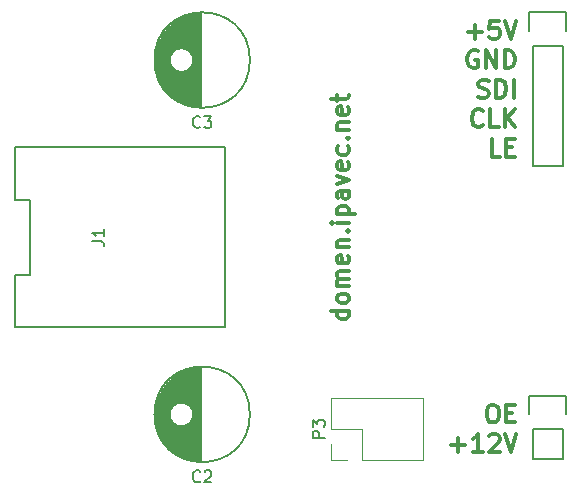
<source format=gto>
G04 #@! TF.FileFunction,Legend,Top*
%FSLAX46Y46*%
G04 Gerber Fmt 4.6, Leading zero omitted, Abs format (unit mm)*
G04 Created by KiCad (PCBNEW 4.0.7-e2-6376~58~ubuntu17.04.1) date Mon Nov 20 18:02:35 2017*
%MOMM*%
%LPD*%
G01*
G04 APERTURE LIST*
%ADD10C,0.100000*%
%ADD11C,0.300000*%
%ADD12C,0.150000*%
%ADD13C,0.120000*%
G04 APERTURE END LIST*
D10*
D11*
X128178571Y-121214286D02*
X126678571Y-121214286D01*
X128107143Y-121214286D02*
X128178571Y-121357143D01*
X128178571Y-121642857D01*
X128107143Y-121785715D01*
X128035714Y-121857143D01*
X127892857Y-121928572D01*
X127464286Y-121928572D01*
X127321429Y-121857143D01*
X127250000Y-121785715D01*
X127178571Y-121642857D01*
X127178571Y-121357143D01*
X127250000Y-121214286D01*
X128178571Y-120285714D02*
X128107143Y-120428572D01*
X128035714Y-120500000D01*
X127892857Y-120571429D01*
X127464286Y-120571429D01*
X127321429Y-120500000D01*
X127250000Y-120428572D01*
X127178571Y-120285714D01*
X127178571Y-120071429D01*
X127250000Y-119928572D01*
X127321429Y-119857143D01*
X127464286Y-119785714D01*
X127892857Y-119785714D01*
X128035714Y-119857143D01*
X128107143Y-119928572D01*
X128178571Y-120071429D01*
X128178571Y-120285714D01*
X128178571Y-119142857D02*
X127178571Y-119142857D01*
X127321429Y-119142857D02*
X127250000Y-119071429D01*
X127178571Y-118928571D01*
X127178571Y-118714286D01*
X127250000Y-118571429D01*
X127392857Y-118500000D01*
X128178571Y-118500000D01*
X127392857Y-118500000D02*
X127250000Y-118428571D01*
X127178571Y-118285714D01*
X127178571Y-118071429D01*
X127250000Y-117928571D01*
X127392857Y-117857143D01*
X128178571Y-117857143D01*
X128107143Y-116571429D02*
X128178571Y-116714286D01*
X128178571Y-117000000D01*
X128107143Y-117142857D01*
X127964286Y-117214286D01*
X127392857Y-117214286D01*
X127250000Y-117142857D01*
X127178571Y-117000000D01*
X127178571Y-116714286D01*
X127250000Y-116571429D01*
X127392857Y-116500000D01*
X127535714Y-116500000D01*
X127678571Y-117214286D01*
X127178571Y-115857143D02*
X128178571Y-115857143D01*
X127321429Y-115857143D02*
X127250000Y-115785715D01*
X127178571Y-115642857D01*
X127178571Y-115428572D01*
X127250000Y-115285715D01*
X127392857Y-115214286D01*
X128178571Y-115214286D01*
X128035714Y-114500000D02*
X128107143Y-114428572D01*
X128178571Y-114500000D01*
X128107143Y-114571429D01*
X128035714Y-114500000D01*
X128178571Y-114500000D01*
X128178571Y-113785714D02*
X127178571Y-113785714D01*
X126678571Y-113785714D02*
X126750000Y-113857143D01*
X126821429Y-113785714D01*
X126750000Y-113714286D01*
X126678571Y-113785714D01*
X126821429Y-113785714D01*
X127178571Y-113071428D02*
X128678571Y-113071428D01*
X127250000Y-113071428D02*
X127178571Y-112928571D01*
X127178571Y-112642857D01*
X127250000Y-112500000D01*
X127321429Y-112428571D01*
X127464286Y-112357142D01*
X127892857Y-112357142D01*
X128035714Y-112428571D01*
X128107143Y-112500000D01*
X128178571Y-112642857D01*
X128178571Y-112928571D01*
X128107143Y-113071428D01*
X128178571Y-111071428D02*
X127392857Y-111071428D01*
X127250000Y-111142857D01*
X127178571Y-111285714D01*
X127178571Y-111571428D01*
X127250000Y-111714285D01*
X128107143Y-111071428D02*
X128178571Y-111214285D01*
X128178571Y-111571428D01*
X128107143Y-111714285D01*
X127964286Y-111785714D01*
X127821429Y-111785714D01*
X127678571Y-111714285D01*
X127607143Y-111571428D01*
X127607143Y-111214285D01*
X127535714Y-111071428D01*
X127178571Y-110499999D02*
X128178571Y-110142856D01*
X127178571Y-109785714D01*
X128107143Y-108642857D02*
X128178571Y-108785714D01*
X128178571Y-109071428D01*
X128107143Y-109214285D01*
X127964286Y-109285714D01*
X127392857Y-109285714D01*
X127250000Y-109214285D01*
X127178571Y-109071428D01*
X127178571Y-108785714D01*
X127250000Y-108642857D01*
X127392857Y-108571428D01*
X127535714Y-108571428D01*
X127678571Y-109285714D01*
X128107143Y-107285714D02*
X128178571Y-107428571D01*
X128178571Y-107714285D01*
X128107143Y-107857143D01*
X128035714Y-107928571D01*
X127892857Y-108000000D01*
X127464286Y-108000000D01*
X127321429Y-107928571D01*
X127250000Y-107857143D01*
X127178571Y-107714285D01*
X127178571Y-107428571D01*
X127250000Y-107285714D01*
X128035714Y-106642857D02*
X128107143Y-106571429D01*
X128178571Y-106642857D01*
X128107143Y-106714286D01*
X128035714Y-106642857D01*
X128178571Y-106642857D01*
X127178571Y-105928571D02*
X128178571Y-105928571D01*
X127321429Y-105928571D02*
X127250000Y-105857143D01*
X127178571Y-105714285D01*
X127178571Y-105500000D01*
X127250000Y-105357143D01*
X127392857Y-105285714D01*
X128178571Y-105285714D01*
X128107143Y-104000000D02*
X128178571Y-104142857D01*
X128178571Y-104428571D01*
X128107143Y-104571428D01*
X127964286Y-104642857D01*
X127392857Y-104642857D01*
X127250000Y-104571428D01*
X127178571Y-104428571D01*
X127178571Y-104142857D01*
X127250000Y-104000000D01*
X127392857Y-103928571D01*
X127535714Y-103928571D01*
X127678571Y-104642857D01*
X127178571Y-103500000D02*
X127178571Y-102928571D01*
X126678571Y-103285714D02*
X127964286Y-103285714D01*
X128107143Y-103214286D01*
X128178571Y-103071428D01*
X128178571Y-102928571D01*
X136857144Y-132607143D02*
X138000001Y-132607143D01*
X137428572Y-133178571D02*
X137428572Y-132035714D01*
X139500001Y-133178571D02*
X138642858Y-133178571D01*
X139071430Y-133178571D02*
X139071430Y-131678571D01*
X138928573Y-131892857D01*
X138785715Y-132035714D01*
X138642858Y-132107143D01*
X140071429Y-131821429D02*
X140142858Y-131750000D01*
X140285715Y-131678571D01*
X140642858Y-131678571D01*
X140785715Y-131750000D01*
X140857144Y-131821429D01*
X140928572Y-131964286D01*
X140928572Y-132107143D01*
X140857144Y-132321429D01*
X140000001Y-133178571D01*
X140928572Y-133178571D01*
X141357143Y-131678571D02*
X141857143Y-133178571D01*
X142357143Y-131678571D01*
X140214285Y-129178571D02*
X140499999Y-129178571D01*
X140642857Y-129250000D01*
X140785714Y-129392857D01*
X140857142Y-129678571D01*
X140857142Y-130178571D01*
X140785714Y-130464286D01*
X140642857Y-130607143D01*
X140499999Y-130678571D01*
X140214285Y-130678571D01*
X140071428Y-130607143D01*
X139928571Y-130464286D01*
X139857142Y-130178571D01*
X139857142Y-129678571D01*
X139928571Y-129392857D01*
X140071428Y-129250000D01*
X140214285Y-129178571D01*
X141500000Y-129892857D02*
X142000000Y-129892857D01*
X142214286Y-130678571D02*
X141500000Y-130678571D01*
X141500000Y-129178571D01*
X142214286Y-129178571D01*
X141000000Y-108178571D02*
X140285714Y-108178571D01*
X140285714Y-106678571D01*
X141500000Y-107392857D02*
X142000000Y-107392857D01*
X142214286Y-108178571D02*
X141500000Y-108178571D01*
X141500000Y-106678571D01*
X142214286Y-106678571D01*
X139500000Y-105535714D02*
X139428571Y-105607143D01*
X139214285Y-105678571D01*
X139071428Y-105678571D01*
X138857143Y-105607143D01*
X138714285Y-105464286D01*
X138642857Y-105321429D01*
X138571428Y-105035714D01*
X138571428Y-104821429D01*
X138642857Y-104535714D01*
X138714285Y-104392857D01*
X138857143Y-104250000D01*
X139071428Y-104178571D01*
X139214285Y-104178571D01*
X139428571Y-104250000D01*
X139500000Y-104321429D01*
X140857143Y-105678571D02*
X140142857Y-105678571D01*
X140142857Y-104178571D01*
X141357143Y-105678571D02*
X141357143Y-104178571D01*
X142214286Y-105678571D02*
X141571429Y-104821429D01*
X142214286Y-104178571D02*
X141357143Y-105035714D01*
X139142857Y-103107143D02*
X139357143Y-103178571D01*
X139714286Y-103178571D01*
X139857143Y-103107143D01*
X139928572Y-103035714D01*
X140000000Y-102892857D01*
X140000000Y-102750000D01*
X139928572Y-102607143D01*
X139857143Y-102535714D01*
X139714286Y-102464286D01*
X139428572Y-102392857D01*
X139285714Y-102321429D01*
X139214286Y-102250000D01*
X139142857Y-102107143D01*
X139142857Y-101964286D01*
X139214286Y-101821429D01*
X139285714Y-101750000D01*
X139428572Y-101678571D01*
X139785714Y-101678571D01*
X140000000Y-101750000D01*
X140642857Y-103178571D02*
X140642857Y-101678571D01*
X141000000Y-101678571D01*
X141214285Y-101750000D01*
X141357143Y-101892857D01*
X141428571Y-102035714D01*
X141500000Y-102321429D01*
X141500000Y-102535714D01*
X141428571Y-102821429D01*
X141357143Y-102964286D01*
X141214285Y-103107143D01*
X141000000Y-103178571D01*
X140642857Y-103178571D01*
X142142857Y-103178571D02*
X142142857Y-101678571D01*
X139071428Y-99250000D02*
X138928571Y-99178571D01*
X138714285Y-99178571D01*
X138500000Y-99250000D01*
X138357142Y-99392857D01*
X138285714Y-99535714D01*
X138214285Y-99821429D01*
X138214285Y-100035714D01*
X138285714Y-100321429D01*
X138357142Y-100464286D01*
X138500000Y-100607143D01*
X138714285Y-100678571D01*
X138857142Y-100678571D01*
X139071428Y-100607143D01*
X139142857Y-100535714D01*
X139142857Y-100035714D01*
X138857142Y-100035714D01*
X139785714Y-100678571D02*
X139785714Y-99178571D01*
X140642857Y-100678571D01*
X140642857Y-99178571D01*
X141357143Y-100678571D02*
X141357143Y-99178571D01*
X141714286Y-99178571D01*
X141928571Y-99250000D01*
X142071429Y-99392857D01*
X142142857Y-99535714D01*
X142214286Y-99821429D01*
X142214286Y-100035714D01*
X142142857Y-100321429D01*
X142071429Y-100464286D01*
X141928571Y-100607143D01*
X141714286Y-100678571D01*
X141357143Y-100678571D01*
X138285715Y-97607143D02*
X139428572Y-97607143D01*
X138857143Y-98178571D02*
X138857143Y-97035714D01*
X140857144Y-96678571D02*
X140142858Y-96678571D01*
X140071429Y-97392857D01*
X140142858Y-97321429D01*
X140285715Y-97250000D01*
X140642858Y-97250000D01*
X140785715Y-97321429D01*
X140857144Y-97392857D01*
X140928572Y-97535714D01*
X140928572Y-97892857D01*
X140857144Y-98035714D01*
X140785715Y-98107143D01*
X140642858Y-98178571D01*
X140285715Y-98178571D01*
X140142858Y-98107143D01*
X140071429Y-98035714D01*
X141357143Y-96678571D02*
X141857143Y-98178571D01*
X142357143Y-96678571D01*
D12*
X115675000Y-133999000D02*
X115675000Y-126001000D01*
X115535000Y-133994000D02*
X115535000Y-126006000D01*
X115395000Y-133984000D02*
X115395000Y-126016000D01*
X115255000Y-133969000D02*
X115255000Y-126031000D01*
X115115000Y-133949000D02*
X115115000Y-126051000D01*
X114975000Y-133924000D02*
X114975000Y-130222000D01*
X114975000Y-129778000D02*
X114975000Y-126076000D01*
X114835000Y-133894000D02*
X114835000Y-130550000D01*
X114835000Y-129450000D02*
X114835000Y-126106000D01*
X114695000Y-133858000D02*
X114695000Y-130719000D01*
X114695000Y-129281000D02*
X114695000Y-126142000D01*
X114555000Y-133817000D02*
X114555000Y-130832000D01*
X114555000Y-129168000D02*
X114555000Y-126183000D01*
X114415000Y-133771000D02*
X114415000Y-130910000D01*
X114415000Y-129090000D02*
X114415000Y-126229000D01*
X114275000Y-133718000D02*
X114275000Y-130961000D01*
X114275000Y-129039000D02*
X114275000Y-126282000D01*
X114135000Y-133659000D02*
X114135000Y-130991000D01*
X114135000Y-129009000D02*
X114135000Y-126341000D01*
X113995000Y-133594000D02*
X113995000Y-131000000D01*
X113995000Y-129000000D02*
X113995000Y-126406000D01*
X113855000Y-133523000D02*
X113855000Y-130989000D01*
X113855000Y-129011000D02*
X113855000Y-126477000D01*
X113715000Y-133444000D02*
X113715000Y-130959000D01*
X113715000Y-129041000D02*
X113715000Y-126556000D01*
X113575000Y-133357000D02*
X113575000Y-130905000D01*
X113575000Y-129095000D02*
X113575000Y-126643000D01*
X113435000Y-133262000D02*
X113435000Y-130825000D01*
X113435000Y-129175000D02*
X113435000Y-126738000D01*
X113295000Y-133158000D02*
X113295000Y-130709000D01*
X113295000Y-129291000D02*
X113295000Y-126842000D01*
X113155000Y-133044000D02*
X113155000Y-130535000D01*
X113155000Y-129465000D02*
X113155000Y-126956000D01*
X113015000Y-132919000D02*
X113015000Y-130173000D01*
X113015000Y-129827000D02*
X113015000Y-127081000D01*
X112875000Y-132781000D02*
X112875000Y-127219000D01*
X112735000Y-132629000D02*
X112735000Y-127371000D01*
X112595000Y-132459000D02*
X112595000Y-127541000D01*
X112455000Y-132268000D02*
X112455000Y-127732000D01*
X112315000Y-132050000D02*
X112315000Y-127950000D01*
X112175000Y-131794000D02*
X112175000Y-128206000D01*
X112035000Y-131483000D02*
X112035000Y-128517000D01*
X111895000Y-131067000D02*
X111895000Y-128933000D01*
X111755000Y-130200000D02*
X111755000Y-129800000D01*
X115000000Y-130000000D02*
G75*
G03X115000000Y-130000000I-1000000J0D01*
G01*
X119787500Y-130000000D02*
G75*
G03X119787500Y-130000000I-4037500J0D01*
G01*
X115675000Y-103999000D02*
X115675000Y-96001000D01*
X115535000Y-103994000D02*
X115535000Y-96006000D01*
X115395000Y-103984000D02*
X115395000Y-96016000D01*
X115255000Y-103969000D02*
X115255000Y-96031000D01*
X115115000Y-103949000D02*
X115115000Y-96051000D01*
X114975000Y-103924000D02*
X114975000Y-100222000D01*
X114975000Y-99778000D02*
X114975000Y-96076000D01*
X114835000Y-103894000D02*
X114835000Y-100550000D01*
X114835000Y-99450000D02*
X114835000Y-96106000D01*
X114695000Y-103858000D02*
X114695000Y-100719000D01*
X114695000Y-99281000D02*
X114695000Y-96142000D01*
X114555000Y-103817000D02*
X114555000Y-100832000D01*
X114555000Y-99168000D02*
X114555000Y-96183000D01*
X114415000Y-103771000D02*
X114415000Y-100910000D01*
X114415000Y-99090000D02*
X114415000Y-96229000D01*
X114275000Y-103718000D02*
X114275000Y-100961000D01*
X114275000Y-99039000D02*
X114275000Y-96282000D01*
X114135000Y-103659000D02*
X114135000Y-100991000D01*
X114135000Y-99009000D02*
X114135000Y-96341000D01*
X113995000Y-103594000D02*
X113995000Y-101000000D01*
X113995000Y-99000000D02*
X113995000Y-96406000D01*
X113855000Y-103523000D02*
X113855000Y-100989000D01*
X113855000Y-99011000D02*
X113855000Y-96477000D01*
X113715000Y-103444000D02*
X113715000Y-100959000D01*
X113715000Y-99041000D02*
X113715000Y-96556000D01*
X113575000Y-103357000D02*
X113575000Y-100905000D01*
X113575000Y-99095000D02*
X113575000Y-96643000D01*
X113435000Y-103262000D02*
X113435000Y-100825000D01*
X113435000Y-99175000D02*
X113435000Y-96738000D01*
X113295000Y-103158000D02*
X113295000Y-100709000D01*
X113295000Y-99291000D02*
X113295000Y-96842000D01*
X113155000Y-103044000D02*
X113155000Y-100535000D01*
X113155000Y-99465000D02*
X113155000Y-96956000D01*
X113015000Y-102919000D02*
X113015000Y-100173000D01*
X113015000Y-99827000D02*
X113015000Y-97081000D01*
X112875000Y-102781000D02*
X112875000Y-97219000D01*
X112735000Y-102629000D02*
X112735000Y-97371000D01*
X112595000Y-102459000D02*
X112595000Y-97541000D01*
X112455000Y-102268000D02*
X112455000Y-97732000D01*
X112315000Y-102050000D02*
X112315000Y-97950000D01*
X112175000Y-101794000D02*
X112175000Y-98206000D01*
X112035000Y-101483000D02*
X112035000Y-98517000D01*
X111895000Y-101067000D02*
X111895000Y-98933000D01*
X111755000Y-100200000D02*
X111755000Y-99800000D01*
X115000000Y-100000000D02*
G75*
G03X115000000Y-100000000I-1000000J0D01*
G01*
X119787500Y-100000000D02*
G75*
G03X119787500Y-100000000I-4037500J0D01*
G01*
X99880000Y-107380000D02*
X99880000Y-111825000D01*
X99880000Y-118175000D02*
X99880000Y-122620000D01*
X99880000Y-111825000D02*
X101150000Y-111825000D01*
X101150000Y-111825000D02*
X101150000Y-118175000D01*
X101150000Y-118175000D02*
X99880000Y-118175000D01*
X99880000Y-107380000D02*
X117660000Y-107380000D01*
X117660000Y-107380000D02*
X117660000Y-122620000D01*
X117660000Y-122620000D02*
X99880000Y-122620000D01*
X143450000Y-97500000D02*
X143450000Y-95950000D01*
X143450000Y-95950000D02*
X146550000Y-95950000D01*
X146550000Y-95950000D02*
X146550000Y-97500000D01*
X146270000Y-98770000D02*
X146270000Y-108930000D01*
X146270000Y-108930000D02*
X143730000Y-108930000D01*
X143730000Y-108930000D02*
X143730000Y-98770000D01*
X146270000Y-98770000D02*
X143730000Y-98770000D01*
X146270000Y-131270000D02*
X146270000Y-133810000D01*
X146550000Y-128450000D02*
X146550000Y-130000000D01*
X146270000Y-131270000D02*
X143730000Y-131270000D01*
X143450000Y-130000000D02*
X143450000Y-128450000D01*
X143450000Y-128450000D02*
X146550000Y-128450000D01*
X143730000Y-131270000D02*
X143730000Y-133810000D01*
X143730000Y-133810000D02*
X146270000Y-133810000D01*
D13*
X134410000Y-133830000D02*
X134410000Y-128630000D01*
X129270000Y-133830000D02*
X134410000Y-133830000D01*
X126670000Y-128630000D02*
X134410000Y-128630000D01*
X129270000Y-133830000D02*
X129270000Y-131230000D01*
X129270000Y-131230000D02*
X126670000Y-131230000D01*
X126670000Y-131230000D02*
X126670000Y-128630000D01*
X128000000Y-133830000D02*
X126670000Y-133830000D01*
X126670000Y-133830000D02*
X126670000Y-132500000D01*
D12*
X115583334Y-135657143D02*
X115535715Y-135704762D01*
X115392858Y-135752381D01*
X115297620Y-135752381D01*
X115154762Y-135704762D01*
X115059524Y-135609524D01*
X115011905Y-135514286D01*
X114964286Y-135323810D01*
X114964286Y-135180952D01*
X115011905Y-134990476D01*
X115059524Y-134895238D01*
X115154762Y-134800000D01*
X115297620Y-134752381D01*
X115392858Y-134752381D01*
X115535715Y-134800000D01*
X115583334Y-134847619D01*
X115964286Y-134847619D02*
X116011905Y-134800000D01*
X116107143Y-134752381D01*
X116345239Y-134752381D01*
X116440477Y-134800000D01*
X116488096Y-134847619D01*
X116535715Y-134942857D01*
X116535715Y-135038095D01*
X116488096Y-135180952D01*
X115916667Y-135752381D01*
X116535715Y-135752381D01*
X115583334Y-105657143D02*
X115535715Y-105704762D01*
X115392858Y-105752381D01*
X115297620Y-105752381D01*
X115154762Y-105704762D01*
X115059524Y-105609524D01*
X115011905Y-105514286D01*
X114964286Y-105323810D01*
X114964286Y-105180952D01*
X115011905Y-104990476D01*
X115059524Y-104895238D01*
X115154762Y-104800000D01*
X115297620Y-104752381D01*
X115392858Y-104752381D01*
X115535715Y-104800000D01*
X115583334Y-104847619D01*
X115916667Y-104752381D02*
X116535715Y-104752381D01*
X116202381Y-105133333D01*
X116345239Y-105133333D01*
X116440477Y-105180952D01*
X116488096Y-105228571D01*
X116535715Y-105323810D01*
X116535715Y-105561905D01*
X116488096Y-105657143D01*
X116440477Y-105704762D01*
X116345239Y-105752381D01*
X116059524Y-105752381D01*
X115964286Y-105704762D01*
X115916667Y-105657143D01*
X106452381Y-115333333D02*
X107166667Y-115333333D01*
X107309524Y-115380953D01*
X107404762Y-115476191D01*
X107452381Y-115619048D01*
X107452381Y-115714286D01*
X107452381Y-114333333D02*
X107452381Y-114904762D01*
X107452381Y-114619048D02*
X106452381Y-114619048D01*
X106595238Y-114714286D01*
X106690476Y-114809524D01*
X106738095Y-114904762D01*
X126122381Y-131968095D02*
X125122381Y-131968095D01*
X125122381Y-131587142D01*
X125170000Y-131491904D01*
X125217619Y-131444285D01*
X125312857Y-131396666D01*
X125455714Y-131396666D01*
X125550952Y-131444285D01*
X125598571Y-131491904D01*
X125646190Y-131587142D01*
X125646190Y-131968095D01*
X125122381Y-131063333D02*
X125122381Y-130444285D01*
X125503333Y-130777619D01*
X125503333Y-130634761D01*
X125550952Y-130539523D01*
X125598571Y-130491904D01*
X125693810Y-130444285D01*
X125931905Y-130444285D01*
X126027143Y-130491904D01*
X126074762Y-130539523D01*
X126122381Y-130634761D01*
X126122381Y-130920476D01*
X126074762Y-131015714D01*
X126027143Y-131063333D01*
M02*

</source>
